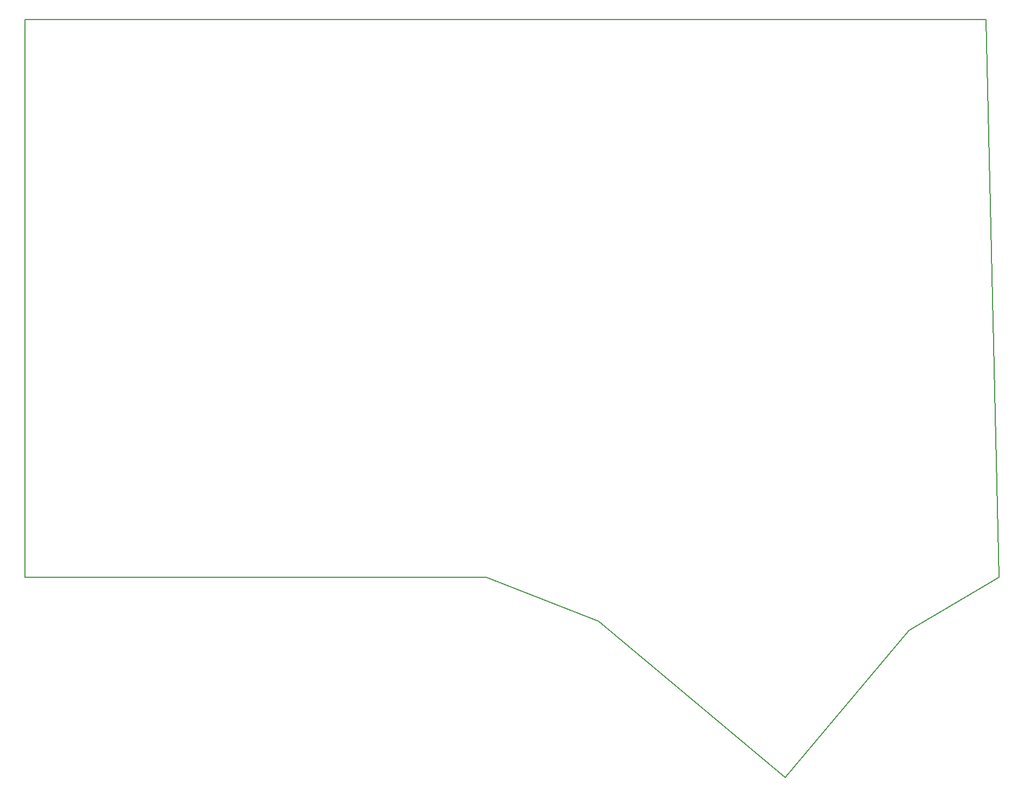
<source format=gbr>
%TF.GenerationSoftware,KiCad,Pcbnew,7.0.7-2.fc38*%
%TF.CreationDate,2023-08-26T22:09:36+08:00*%
%TF.ProjectId,split_keyboard_I,73706c69-745f-46b6-9579-626f6172645f,v1.0.0*%
%TF.SameCoordinates,Original*%
%TF.FileFunction,Profile,NP*%
%FSLAX46Y46*%
G04 Gerber Fmt 4.6, Leading zero omitted, Abs format (unit mm)*
G04 Created by KiCad (PCBNEW 7.0.7-2.fc38) date 2023-08-26 22:09:36*
%MOMM*%
%LPD*%
G01*
G04 APERTURE LIST*
%TA.AperFunction,Profile*%
%ADD10C,0.150000*%
%TD*%
G04 APERTURE END LIST*
D10*
X212000000Y-159500000D02*
X229545937Y-166358654D01*
X258655626Y-190784584D02*
X277939254Y-167803250D01*
X290000000Y-72500000D02*
X140000000Y-72500000D01*
X140000000Y-159500000D02*
X212000000Y-159500000D01*
X292000000Y-159500000D02*
X290000000Y-72500000D01*
X140000000Y-72500000D02*
X140000000Y-159500000D01*
X229545937Y-166358654D02*
X258655626Y-190784584D01*
X277939254Y-167803250D02*
X292000000Y-159500000D01*
M02*

</source>
